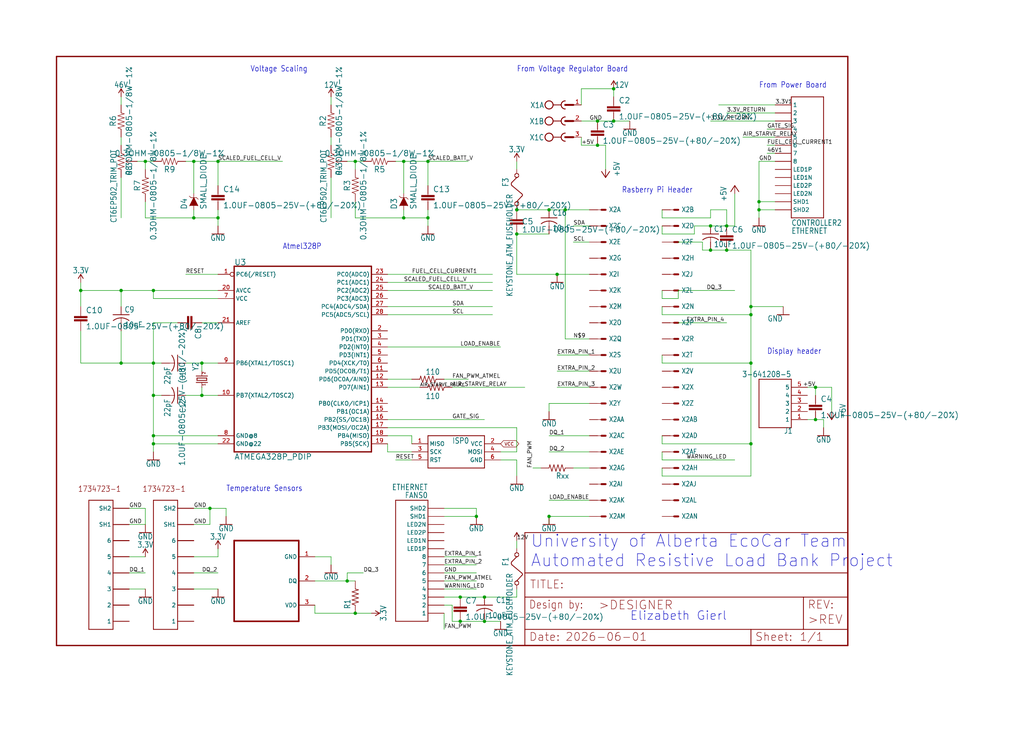
<source format=kicad_sch>
(kicad_sch (version 20230121) (generator eeschema)
  (paper "User" 322.148 233.274)
  (junction (at 68.58 68.58))
  (junction (at 111.76 193.04))
  (junction (at 134.62 50.8))
  (junction (at 38.1 91.44))
  (junction (at 45.72 50.8))
  (junction (at 109.22 182.88))
  (junction (at 228.6 71.12))
  (junction (at 175.26 86.36))
  (junction (at 68.58 50.8))
  (junction (at 172.72 66.04))
  (junction (at 144.78 195.58))
  (junction (at 236.22 96.52))
  (junction (at 256.54 132.08))
  (junction (at 38.1 114.3))
  (junction (at 60.96 68.58))
  (junction (at 48.26 139.7))
  (junction (at 238.76 63.5))
  (junction (at 193.04 38.1))
  (junction (at 144.78 187.96))
  (junction (at 152.4 187.96))
  (junction (at 127 68.58))
  (junction (at 48.26 124.46))
  (junction (at 236.22 114.3))
  (junction (at 187.96 45.72))
  (junction (at 256.54 121.92))
  (junction (at 223.52 78.74))
  (junction (at 152.4 195.58))
  (junction (at 63.5 124.46))
  (junction (at 162.56 66.04))
  (junction (at 223.52 71.12))
  (junction (at 162.56 73.66))
  (junction (at 193.04 27.94))
  (junction (at 48.26 91.44))
  (junction (at 127 50.8))
  (junction (at 48.26 114.3))
  (junction (at 177.8 66.04))
  (junction (at 63.5 114.3))
  (junction (at 187.96 38.1))
  (junction (at 25.4 91.44))
  (junction (at 60.96 50.8))
  (junction (at 238.76 66.04))
  (junction (at 48.26 137.16))
  (junction (at 66.04 160.02))
  (junction (at 134.62 68.58))
  (junction (at 172.72 162.56))
  (junction (at 228.6 78.74))
  (junction (at 149.86 162.56))
  (junction (at 236.22 139.7))
  (junction (at 236.22 99.06))
  (junction (at 111.76 50.8))
  (wire (pts (xy 38.1 104.14) (xy 38.1 114.3)) (stroke (width 0.1524)))
  (wire (pts (xy 38.1 91.44) (xy 38.1 96.52)) (stroke (width 0.1524)))
  (wire (pts (xy 185.42 71.12) (xy 180.34 71.12)) (stroke (width 0.1524)))
  (wire (pts (xy 190.5 45.72) (xy 190.5 53.34)) (stroke (width 0.1524)))
  (wire (pts (xy 109.22 182.88) (xy 109.22 180.34)) (stroke (width 0.1524)))
  (wire (pts (xy 157.48 109.22) (xy 121.92 109.22)) (stroke (width 0.1524)))
  (wire (pts (xy 236.22 78.74) (xy 236.22 96.52)) (stroke (width 0.1524)))
  (wire (pts (xy 124.46 50.8) (xy 127 50.8)) (stroke (width 0.1524)))
  (wire (pts (xy 218.44 71.12) (xy 218.44 73.66)) (stroke (width 0.1524)))
  (wire (pts (xy 38.1 43.18) (xy 38.1 45.72)) (stroke (width 0.1524)))
  (wire (pts (xy 121.92 142.24) (xy 129.54 142.24)) (stroke (width 0.1524)))
  (wire (pts (xy 144.78 195.58) (xy 152.4 195.58)) (stroke (width 0.1524)))
  (wire (pts (xy 185.42 157.48) (xy 172.72 157.48)) (stroke (width 0.1524)))
  (wire (pts (xy 58.42 50.8) (xy 60.96 50.8)) (stroke (width 0.1524)))
  (wire (pts (xy 111.76 68.58) (xy 127 68.58)) (stroke (width 0.1524)))
  (wire (pts (xy 68.58 66.04) (xy 68.58 68.58)) (stroke (width 0.1524)))
  (wire (pts (xy 185.42 121.92) (xy 175.26 121.92)) (stroke (width 0.1524)))
  (wire (pts (xy 45.72 50.8) (xy 48.26 50.8)) (stroke (width 0.1524)))
  (wire (pts (xy 213.36 76.2) (xy 220.98 76.2)) (stroke (width 0.1524)))
  (wire (pts (xy 104.14 55.88) (xy 104.14 68.58)) (stroke (width 0.1524)))
  (wire (pts (xy 60.96 50.8) (xy 68.58 50.8)) (stroke (width 0.1524)))
  (wire (pts (xy 175.26 86.36) (xy 185.42 86.36)) (stroke (width 0.1524)))
  (wire (pts (xy 25.4 114.3) (xy 38.1 114.3)) (stroke (width 0.1524)))
  (wire (pts (xy 208.28 114.3) (xy 236.22 114.3)) (stroke (width 0.1524)))
  (wire (pts (xy 261.62 121.92) (xy 261.62 129.54)) (stroke (width 0.1524)))
  (wire (pts (xy 256.54 132.08) (xy 259.08 132.08)) (stroke (width 0.1524)))
  (wire (pts (xy 139.7 190.5) (xy 142.24 190.5)) (stroke (width 0.1524)))
  (wire (pts (xy 208.28 68.58) (xy 208.28 66.04)) (stroke (width 0.1524)))
  (wire (pts (xy 48.26 124.46) (xy 48.26 137.16)) (stroke (width 0.1524)))
  (wire (pts (xy 223.52 66.04) (xy 223.52 68.58)) (stroke (width 0.1524)))
  (wire (pts (xy 109.22 182.88) (xy 111.76 182.88)) (stroke (width 0.1524)))
  (wire (pts (xy 139.7 187.96) (xy 144.78 187.96)) (stroke (width 0.1524)))
  (wire (pts (xy 60.96 68.58) (xy 68.58 68.58)) (stroke (width 0.1524)))
  (wire (pts (xy 256.54 121.92) (xy 261.62 121.92)) (stroke (width 0.1524)))
  (wire (pts (xy 152.4 187.96) (xy 162.56 187.96)) (stroke (width 0.1524)))
  (wire (pts (xy 55.88 101.6) (xy 48.26 101.6)) (stroke (width 0.1524)))
  (wire (pts (xy 236.22 99.06) (xy 236.22 96.52)) (stroke (width 0.1524)))
  (wire (pts (xy 228.6 78.74) (xy 236.22 78.74)) (stroke (width 0.1524)))
  (wire (pts (xy 25.4 104.14) (xy 25.4 114.3)) (stroke (width 0.1524)))
  (wire (pts (xy 60.96 66.04) (xy 60.96 68.58)) (stroke (width 0.1524)))
  (wire (pts (xy 121.92 119.38) (xy 129.54 119.38)) (stroke (width 0.1524)))
  (wire (pts (xy 121.92 139.7) (xy 121.92 142.24)) (stroke (width 0.1524)))
  (wire (pts (xy 213.36 91.44) (xy 231.14 91.44)) (stroke (width 0.1524)))
  (wire (pts (xy 48.26 91.44) (xy 38.1 91.44)) (stroke (width 0.1524)))
  (wire (pts (xy 66.04 160.02) (xy 60.96 160.02)) (stroke (width 0.1524)))
  (wire (pts (xy 185.42 111.76) (xy 175.26 111.76)) (stroke (width 0.1524)))
  (wire (pts (xy 132.08 121.92) (xy 121.92 121.92)) (stroke (width 0.1524)))
  (wire (pts (xy 162.56 73.66) (xy 162.56 86.36)) (stroke (width 0.1524)))
  (wire (pts (xy 162.56 50.8) (xy 162.56 53.34)) (stroke (width 0.1524)))
  (wire (pts (xy 208.28 139.7) (xy 236.22 139.7)) (stroke (width 0.1524)))
  (wire (pts (xy 48.26 114.3) (xy 48.26 124.46)) (stroke (width 0.1524)))
  (wire (pts (xy 45.72 68.58) (xy 60.96 68.58)) (stroke (width 0.1524)))
  (wire (pts (xy 40.64 175.26) (xy 45.72 175.26)) (stroke (width 0.1524)))
  (wire (pts (xy 193.04 38.1) (xy 198.12 38.1)) (stroke (width 0.1524)))
  (wire (pts (xy 238.76 66.04) (xy 238.76 68.58)) (stroke (width 0.1524)))
  (wire (pts (xy 68.58 175.26) (xy 68.58 172.72)) (stroke (width 0.1524)))
  (wire (pts (xy 231.14 71.12) (xy 228.6 71.12)) (stroke (width 0.1524)))
  (wire (pts (xy 154.94 96.52) (xy 121.92 96.52)) (stroke (width 0.1524)))
  (wire (pts (xy 238.76 63.5) (xy 238.76 66.04)) (stroke (width 0.1524)))
  (wire (pts (xy 40.64 165.1) (xy 45.72 165.1)) (stroke (width 0.1524)))
  (wire (pts (xy 226.06 33.02) (xy 243.84 33.02)) (stroke (width 0.1524)))
  (wire (pts (xy 185.42 76.2) (xy 180.34 76.2)) (stroke (width 0.1524)))
  (wire (pts (xy 68.58 137.16) (xy 48.26 137.16)) (stroke (width 0.1524)))
  (wire (pts (xy 185.42 147.32) (xy 180.34 147.32)) (stroke (width 0.1524)))
  (wire (pts (xy 111.76 63.5) (xy 111.76 68.58)) (stroke (width 0.1524)))
  (wire (pts (xy 177.8 66.04) (xy 185.42 66.04)) (stroke (width 0.1524)))
  (wire (pts (xy 45.72 63.5) (xy 45.72 68.58)) (stroke (width 0.1524)))
  (wire (pts (xy 121.92 132.08) (xy 152.4 132.08)) (stroke (width 0.1524)))
  (wire (pts (xy 208.28 73.66) (xy 208.28 71.12)) (stroke (width 0.1524)))
  (wire (pts (xy 50.8 114.3) (xy 48.26 114.3)) (stroke (width 0.1524)))
  (wire (pts (xy 172.72 127) (xy 172.72 129.54)) (stroke (width 0.1524)))
  (wire (pts (xy 243.84 45.72) (xy 241.3 45.72)) (stroke (width 0.1524)))
  (wire (pts (xy 154.94 88.9) (xy 121.92 88.9)) (stroke (width 0.1524)))
  (wire (pts (xy 208.28 93.98) (xy 208.28 91.44)) (stroke (width 0.1524)))
  (wire (pts (xy 139.7 180.34) (xy 149.86 180.34)) (stroke (width 0.1524)))
  (wire (pts (xy 38.1 33.02) (xy 38.1 30.48)) (stroke (width 0.1524)))
  (wire (pts (xy 111.76 193.04) (xy 116.84 193.04)) (stroke (width 0.1524)))
  (wire (pts (xy 111.76 50.8) (xy 114.3 50.8)) (stroke (width 0.1524)))
  (wire (pts (xy 38.1 55.88) (xy 38.1 68.58)) (stroke (width 0.1524)))
  (wire (pts (xy 162.56 73.66) (xy 172.72 73.66)) (stroke (width 0.1524)))
  (wire (pts (xy 172.72 66.04) (xy 177.8 66.04)) (stroke (width 0.1524)))
  (wire (pts (xy 172.72 142.24) (xy 185.42 142.24)) (stroke (width 0.1524)))
  (wire (pts (xy 68.58 139.7) (xy 48.26 139.7)) (stroke (width 0.1524)))
  (wire (pts (xy 182.88 38.1) (xy 187.96 38.1)) (stroke (width 0.1524)))
  (wire (pts (xy 182.88 27.94) (xy 193.04 27.94)) (stroke (width 0.1524)))
  (wire (pts (xy 162.56 66.04) (xy 172.72 66.04)) (stroke (width 0.1524)))
  (wire (pts (xy 134.62 50.8) (xy 147.32 50.8)) (stroke (width 0.1524)))
  (wire (pts (xy 99.06 193.04) (xy 111.76 193.04)) (stroke (width 0.1524)))
  (wire (pts (xy 48.26 137.16) (xy 48.26 139.7)) (stroke (width 0.1524)))
  (wire (pts (xy 220.98 76.2) (xy 220.98 78.74)) (stroke (width 0.1524)))
  (wire (pts (xy 177.8 106.68) (xy 185.42 106.68)) (stroke (width 0.1524)))
  (wire (pts (xy 121.92 86.36) (xy 154.94 86.36)) (stroke (width 0.1524)))
  (wire (pts (xy 228.6 35.56) (xy 243.84 35.56)) (stroke (width 0.1524)))
  (wire (pts (xy 243.84 43.18) (xy 233.68 43.18)) (stroke (width 0.1524)))
  (wire (pts (xy 162.56 187.96) (xy 162.56 185.42)) (stroke (width 0.1524)))
  (wire (pts (xy 256.54 121.92) (xy 256.54 124.46)) (stroke (width 0.1524)))
  (wire (pts (xy 48.26 101.6) (xy 48.26 114.3)) (stroke (width 0.1524)))
  (wire (pts (xy 58.42 124.46) (xy 63.5 124.46)) (stroke (width 0.1524)))
  (wire (pts (xy 254 121.92) (xy 256.54 121.92)) (stroke (width 0.1524)))
  (wire (pts (xy 139.7 185.42) (xy 149.86 185.42)) (stroke (width 0.1524)))
  (wire (pts (xy 48.26 139.7) (xy 48.26 142.24)) (stroke (width 0.1524)))
  (wire (pts (xy 99.06 182.88) (xy 109.22 182.88)) (stroke (width 0.1524)))
  (wire (pts (xy 243.84 48.26) (xy 241.3 48.26)) (stroke (width 0.1524)))
  (wire (pts (xy 25.4 91.44) (xy 25.4 96.52)) (stroke (width 0.1524)))
  (wire (pts (xy 177.8 66.04) (xy 177.8 106.68)) (stroke (width 0.1524)))
  (wire (pts (xy 66.04 160.02) (xy 71.12 160.02)) (stroke (width 0.1524)))
  (wire (pts (xy 58.42 86.36) (xy 68.58 86.36)) (stroke (width 0.1524)))
  (wire (pts (xy 121.92 99.06) (xy 154.94 99.06)) (stroke (width 0.1524)))
  (wire (pts (xy 182.88 45.72) (xy 187.96 45.72)) (stroke (width 0.1524)))
  (wire (pts (xy 71.12 160.02) (xy 71.12 162.56)) (stroke (width 0.1524)))
  (wire (pts (xy 139.7 160.02) (xy 149.86 160.02)) (stroke (width 0.1524)))
  (wire (pts (xy 139.7 175.26) (xy 149.86 175.26)) (stroke (width 0.1524)))
  (wire (pts (xy 109.22 50.8) (xy 111.76 50.8)) (stroke (width 0.1524)))
  (wire (pts (xy 68.58 91.44) (xy 48.26 91.44)) (stroke (width 0.1524)))
  (wire (pts (xy 228.6 66.04) (xy 228.6 71.12)) (stroke (width 0.1524)))
  (wire (pts (xy 223.52 68.58) (xy 208.28 68.58)) (stroke (width 0.1524)))
  (wire (pts (xy 68.58 93.98) (xy 48.26 93.98)) (stroke (width 0.1524)))
  (wire (pts (xy 142.24 195.58) (xy 144.78 195.58)) (stroke (width 0.1524)))
  (wire (pts (xy 162.56 172.72) (xy 162.56 170.18)) (stroke (width 0.1524)))
  (wire (pts (xy 68.58 68.58) (xy 68.58 71.12)) (stroke (width 0.1524)))
  (wire (pts (xy 63.5 116.84) (xy 63.5 114.3)) (stroke (width 0.1524)))
  (wire (pts (xy 238.76 50.8) (xy 238.76 63.5)) (stroke (width 0.1524)))
  (wire (pts (xy 170.18 147.32) (xy 167.64 147.32)) (stroke (width 0.1524)))
  (wire (pts (xy 48.26 124.46) (xy 50.8 124.46)) (stroke (width 0.1524)))
  (wire (pts (xy 134.62 66.04) (xy 134.62 68.58)) (stroke (width 0.1524)))
  (wire (pts (xy 104.14 43.18) (xy 104.14 45.72)) (stroke (width 0.1524)))
  (wire (pts (xy 60.96 165.1) (xy 66.04 165.1)) (stroke (width 0.1524)))
  (wire (pts (xy 236.22 149.86) (xy 236.22 139.7)) (stroke (width 0.1524)))
  (wire (pts (xy 172.72 162.56) (xy 172.72 165.1)) (stroke (width 0.1524)))
  (wire (pts (xy 172.72 137.16) (xy 185.42 137.16)) (stroke (width 0.1524)))
  (wire (pts (xy 259.08 132.08) (xy 259.08 134.62)) (stroke (width 0.1524)))
  (wire (pts (xy 243.84 38.1) (xy 223.52 38.1)) (stroke (width 0.1524)))
  (wire (pts (xy 66.04 165.1) (xy 66.04 160.02)) (stroke (width 0.1524)))
  (wire (pts (xy 63.5 114.3) (xy 58.42 114.3)) (stroke (width 0.1524)))
  (wire (pts (xy 208.28 93.98) (xy 213.36 93.98)) (stroke (width 0.1524)))
  (wire (pts (xy 154.94 91.44) (xy 121.92 91.44)) (stroke (width 0.1524)))
  (wire (pts (xy 99.06 175.26) (xy 104.14 175.26)) (stroke (width 0.1524)))
  (wire (pts (xy 208.28 111.76) (xy 208.28 114.3)) (stroke (width 0.1524)))
  (wire (pts (xy 236.22 139.7) (xy 236.22 114.3)) (stroke (width 0.1524)))
  (wire (pts (xy 38.1 114.3) (xy 48.26 114.3)) (stroke (width 0.1524)))
  (wire (pts (xy 40.64 180.34) (xy 45.72 180.34)) (stroke (width 0.1524)))
  (wire (pts (xy 218.44 73.66) (xy 208.28 73.66)) (stroke (width 0.1524)))
  (wire (pts (xy 109.22 180.34) (xy 114.3 180.34)) (stroke (width 0.1524)))
  (wire (pts (xy 208.28 149.86) (xy 236.22 149.86)) (stroke (width 0.1524)))
  (wire (pts (xy 139.7 182.88) (xy 149.86 182.88)) (stroke (width 0.1524)))
  (wire (pts (xy 208.28 142.24) (xy 208.28 144.78)) (stroke (width 0.1524)))
  (wire (pts (xy 60.96 180.34) (xy 68.58 180.34)) (stroke (width 0.1524)))
  (wire (pts (xy 139.7 193.04) (xy 139.7 198.12)) (stroke (width 0.1524)))
  (wire (pts (xy 139.7 119.38) (xy 147.32 119.38)) (stroke (width 0.1524)))
  (wire (pts (xy 134.62 50.8) (xy 134.62 58.42)) (stroke (width 0.1524)))
  (wire (pts (xy 127 60.96) (xy 127 50.8)) (stroke (width 0.1524)))
  (wire (pts (xy 129.54 137.16) (xy 129.54 139.7)) (stroke (width 0.1524)))
  (wire (pts (xy 208.28 96.52) (xy 208.28 99.06)) (stroke (width 0.1524)))
  (wire (pts (xy 187.96 38.1) (xy 193.04 38.1)) (stroke (width 0.1524)))
  (wire (pts (xy 208.28 147.32) (xy 208.28 149.86)) (stroke (width 0.1524)))
  (wire (pts (xy 40.64 185.42) (xy 45.72 185.42)) (stroke (width 0.1524)))
  (wire (pts (xy 63.5 124.46) (xy 68.58 124.46)) (stroke (width 0.1524)))
  (wire (pts (xy 223.52 78.74) (xy 228.6 78.74)) (stroke (width 0.1524)))
  (wire (pts (xy 63.5 121.92) (xy 63.5 124.46)) (stroke (width 0.1524)))
  (wire (pts (xy 104.14 33.02) (xy 104.14 30.48)) (stroke (width 0.1524)))
  (wire (pts (xy 142.24 190.5) (xy 142.24 195.58)) (stroke (width 0.1524)))
  (wire (pts (xy 45.72 160.02) (xy 45.72 165.1)) (stroke (width 0.1524)))
  (wire (pts (xy 134.62 68.58) (xy 134.62 71.12)) (stroke (width 0.1524)))
  (wire (pts (xy 68.58 114.3) (xy 63.5 114.3)) (stroke (width 0.1524)))
  (wire (pts (xy 182.88 43.18) (xy 182.88 45.72)) (stroke (width 0.1524)))
  (wire (pts (xy 68.58 50.8) (xy 68.58 58.42)) (stroke (width 0.1524)))
  (wire (pts (xy 60.96 185.42) (xy 68.58 185.42)) (stroke (width 0.1524)))
  (wire (pts (xy 185.42 116.84) (xy 175.26 116.84)) (stroke (width 0.1524)))
  (wire (pts (xy 68.58 50.8) (xy 88.9 50.8)) (stroke (width 0.1524)))
  (wire (pts (xy 193.04 27.94) (xy 193.04 30.48)) (stroke (width 0.1524)))
  (wire (pts (xy 25.4 88.9) (xy 25.4 91.44)) (stroke (width 0.1524)))
  (wire (pts (xy 152.4 195.58) (xy 157.48 195.58)) (stroke (width 0.1524)))
  (wire (pts (xy 142.24 121.92) (xy 165.1 121.92)) (stroke (width 0.1524)))
  (wire (pts (xy 38.1 91.44) (xy 25.4 91.44)) (stroke (width 0.1524)))
  (wire (pts (xy 185.42 127) (xy 172.72 127)) (stroke (width 0.1524)))
  (wire (pts (xy 236.22 114.3) (xy 236.22 99.06)) (stroke (width 0.1524)))
  (wire (pts (xy 45.72 50.8) (xy 45.72 53.34)) (stroke (width 0.1524)))
  (wire (pts (xy 187.96 45.72) (xy 190.5 45.72)) (stroke (width 0.1524)))
  (wire (pts (xy 243.84 66.04) (xy 238.76 66.04)) (stroke (width 0.1524)))
  (wire (pts (xy 157.48 144.78) (xy 162.56 144.78)) (stroke (width 0.1524)))
  (wire (pts (xy 60.96 60.96) (xy 60.96 50.8)) (stroke (width 0.1524)))
  (wire (pts (xy 243.84 50.8) (xy 238.76 50.8)) (stroke (width 0.1524)))
  (wire (pts (xy 228.6 71.12) (xy 223.52 71.12)) (stroke (width 0.1524)))
  (wire (pts (xy 185.42 162.56) (xy 172.72 162.56)) (stroke (width 0.1524)))
  (wire (pts (xy 127 66.04) (xy 127 68.58)) (stroke (width 0.1524)))
  (wire (pts (xy 220.98 78.74) (xy 223.52 78.74)) (stroke (width 0.1524)))
  (wire (pts (xy 104.14 175.26) (xy 104.14 177.8)) (stroke (width 0.1524)))
  (wire (pts (xy 149.86 160.02) (xy 149.86 162.56)) (stroke (width 0.1524)))
  (wire (pts (xy 243.84 40.64) (xy 241.3 40.64)) (stroke (width 0.1524)))
  (wire (pts (xy 99.06 190.5) (xy 99.06 193.04)) (stroke (width 0.1524)))
  (wire (pts (xy 111.76 50.8) (xy 111.76 53.34)) (stroke (width 0.1524)))
  (wire (pts (xy 213.36 91.44) (xy 213.36 93.98)) (stroke (width 0.1524)))
  (wire (pts (xy 129.54 144.78) (xy 124.46 144.78)) (stroke (width 0.1524)))
  (wire (pts (xy 162.56 142.24) (xy 157.48 142.24)) (stroke (width 0.1524)))
  (wire (pts (xy 127 68.58) (xy 134.62 68.58)) (stroke (width 0.1524)))
  (wire (pts (xy 208.28 144.78) (xy 231.14 144.78)) (stroke (width 0.1524)))
  (wire (pts (xy 162.56 144.78) (xy 162.56 149.86)) (stroke (width 0.1524)))
  (wire (pts (xy 139.7 162.56) (xy 149.86 162.56)) (stroke (width 0.1524)))
  (wire (pts (xy 68.58 101.6) (xy 63.5 101.6)) (stroke (width 0.1524)))
  (wire (pts (xy 182.88 33.02) (xy 182.88 27.94)) (stroke (width 0.1524)))
  (wire (pts (xy 243.84 63.5) (xy 238.76 63.5)) (stroke (width 0.1524)))
  (wire (pts (xy 162.56 134.62) (xy 162.56 142.24)) (stroke (width 0.1524)))
  (wire (pts (xy 231.14 60.96) (xy 231.14 71.12)) (stroke (width 0.1524)))
  (wire (pts (xy 121.92 137.16) (xy 129.54 137.16)) (stroke (width 0.1524)))
  (wire (pts (xy 236.22 96.52) (xy 246.38 96.52)) (stroke (width 0.1524)))
  (wire (pts (xy 139.7 177.8) (xy 149.86 177.8)) (stroke (width 0.1524)))
  (wire (pts (xy 60.96 175.26) (xy 68.58 175.26)) (stroke (width 0.1524)))
  (wire (pts (xy 254 132.08) (xy 256.54 132.08)) (stroke (width 0.1524)))
  (wire (pts (xy 162.56 86.36) (xy 175.26 86.36)) (stroke (width 0.1524)))
  (wire (pts (xy 127 50.8) (xy 134.62 50.8)) (stroke (width 0.1524)))
  (wire (pts (xy 223.52 71.12) (xy 218.44 71.12)) (stroke (width 0.1524)))
  (wire (pts (xy 48.26 93.98) (xy 48.26 91.44)) (stroke (width 0.1524)))
  (wire (pts (xy 208.28 137.16) (xy 208.28 139.7)) (stroke (width 0.1524)))
  (wire (pts (xy 208.28 99.06) (xy 236.22 99.06)) (stroke (width 0.1524)))
  (wire (pts (xy 213.36 101.6) (xy 228.6 101.6)) (stroke (width 0.1524)))
  (wire (pts (xy 228.6 66.04) (xy 223.52 66.04)) (stroke (width 0.1524)))
  (wire (pts (xy 43.18 50.8) (xy 45.72 50.8)) (stroke (width 0.1524)))
  (wire (pts (xy 121.92 134.62) (xy 162.56 134.62)) (stroke (width 0.1524)))
  (wire (pts (xy 144.78 187.96) (xy 152.4 187.96)) (stroke (width 0.1524)))
  (wire (pts (xy 40.64 160.02) (xy 45.72 160.02)) (stroke (width 0.1524)))
  (text "University of Alberta EcoCar Team\nAutomated Resistive Load Bank Project" (at 166.878 178.816 0) (effects (font (size 3.81 3.81)) (justify left bottom)))
  (text "Voltage Scaling" (at 78.74 22.86 0) (effects (font (size 1.778 1.5113)) (justify left bottom)))
  (text "Rasberry Pi Header" (at 195.58 60.96 0) (effects (font (size 1.778 1.5113)) (justify left bottom)))
  (text "Display header" (at 241.3 111.76 0) (effects (font (size 1.778 1.5113)) (justify left bottom)))
  (text "Atmel328P" (at 88.9 78.74 0) (effects (font (size 1.778 1.5113)) (justify left bottom)))
  (text "Temperature Sensors" (at 71.12 154.94 0) (effects (font (size 1.778 1.5113)) (justify left bottom)))
  (text "Elizabeth Gierl" (at 198.12 195.58 0) (effects (font (size 2.7432 2.7432)) (justify left bottom)))
  (text "From Voltage Regulator Board" (at 162.56 22.86 0) (effects (font (size 1.778 1.5113)) (justify left bottom)))
  (text "From Power Board" (at 238.76 27.94 0) (effects (font (size 1.778 1.5113)) (justify left bottom)))
  (label "SCALED_FUEL_CELL_V" (at 68.58 50.8 0) (effects (font (size 1.2446 1.2446))))
  (label "GATE_SIG" (at 142.24 132.08 0) (effects (font (size 1.2446 1.2446))))
  (label "GND" (at 40.64 165.1 0) (effects (font (size 1.2446 1.2446))))
  (label "DQ_1" (at 172.72 137.16 0) (effects (font (size 1.2446 1.2446))))
  (label "FUEL_CELL_CURRENT1" (at 129.54 86.36 0) (effects (font (size 1.2446 1.2446))))
  (label "EXTRA_PIN_1" (at 139.7 175.26 0) (effects (font (size 1.2446 1.2446))))
  (label "SDA" (at 180.34 71.12 0) (effects (font (size 1.2446 1.2446))))
  (label "SDA" (at 142.24 96.52 0) (effects (font (size 1.2446 1.2446))))
  (label "GND" (at 60.96 165.1 0) (effects (font (size 1.2446 1.2446))))
  (label "46V1" (at 241.3 48.26 0) (effects (font (size 1.2446 1.2446))))
  (label "LOAD_ENABLE" (at 172.72 157.48 0) (effects (font (size 1.2446 1.2446))))
  (label "LOAD_ENABLE" (at 144.78 109.22 0) (effects (font (size 1.2446 1.2446))))
  (label "RESET" (at 58.42 86.36 0) (effects (font (size 1.2446 1.2446))))
  (label "GATE_SIG" (at 241.3 40.64 0) (effects (font (size 1.2446 1.2446))))
  (label "DQ_3" (at 114.3 180.34 0) (effects (font (size 1.2446 1.2446))))
  (label "3.3V_RETURN" (at 223.52 38.1 0) (effects (font (size 1.2446 1.2446))))
  (label "GND" (at 40.64 160.02 0) (effects (font (size 1.2446 1.2446))))
  (label "SCL" (at 180.34 76.2 0) (effects (font (size 1.2446 1.2446))))
  (label "WARNING_LED" (at 215.9 144.78 0) (effects (font (size 1.2446 1.2446))))
  (label "+5V" (at 182.88 45.72 0) (effects (font (size 1.2446 1.2446))))
  (label "3.3V1" (at 243.84 33.02 0) (effects (font (size 1.2446 1.2446))))
  (label "GND" (at 139.7 180.34 0) (effects (font (size 1.2446 1.2446))))
  (label "EXTRA_PIN_2" (at 139.7 177.8 0) (effects (font (size 1.2446 1.2446))))
  (label "FAN_PWM" (at 167.64 147.32 90) (effects (font (size 1.2446 1.2446))))
  (label "EXTRA_PIN_2" (at 175.26 116.84 0) (effects (font (size 1.2446 1.2446))))
  (label "SCALED_BATT_V" (at 134.62 91.44 0) (effects (font (size 1.2446 1.2446))))
  (label "AIR_STARVE_RELAY" (at 233.68 43.18 0) (effects (font (size 1.2446 1.2446))))
  (label "DQ_3" (at 222.25 91.44 0) (effects (font (size 1.2446 1.2446))))
  (label "EXTRA_PIN_4" (at 215.9 101.6 0) (effects (font (size 1.2446 1.2446))))
  (label "DQ_2" (at 63.5 180.34 0) (effects (font (size 1.2446 1.2446))))
  (label "3.3V_RETURN" (at 228.6 35.56 0) (effects (font (size 1.2446 1.2446))))
  (label "FAN_PWM_ATMEL" (at 139.7 182.88 0) (effects (font (size 1.2446 1.2446))))
  (label "DQ_2" (at 172.72 142.24 0) (effects (font (size 1.2446 1.2446))))
  (label "SCL" (at 142.24 99.06 0) (effects (font (size 1.2446 1.2446))))
  (label "FUEL_CELL_CURRENT1" (at 241.3 45.72 0) (effects (font (size 1.2446 1.2446))))
  (label "12V" (at 162.56 170.18 0) (effects (font (size 1.2446 1.2446))))
  (label "GND" (at 238.76 50.8 0) (effects (font (size 1.2446 1.2446))))
  (label "FAN_PWM_ATMEL" (at 142.24 119.38 0) (effects (font (size 1.2446 1.2446))))
  (label "FAN_PWM" (at 139.7 198.12 0) (effects (font (size 1.2446 1.2446))))
  (label "RESET" (at 124.46 144.78 0) (effects (font (size 1.2446 1.2446))))
  (label "AIR_STARVE_RELAY" (at 132.08 121.92 0) (effects (font (size 1.016 1.016))))
  (label "GND" (at 185.42 38.1 0) (effects (font (size 1.2446 1.2446))))
  (label "EXTRA_PIN_1" (at 175.26 111.76 0) (effects (font (size 1.2446 1.2446))))
  (label "DQ_1" (at 40.64 180.34 0) (effects (font (size 1.2446 1.2446))))
  (label "EXTRA_PIN_3" (at 175.26 121.92 0) (effects (font (size 1.2446 1.2446))))
  (label "+5V" (at 256.54 121.92 180) (effects (font (size 1.2446 1.2446))))
  (label "SCALED_BATT_V" (at 134.62 50.8 0) (effects (font (size 1.2446 1.2446))))
  (label "SCALED_FUEL_CELL_V" (at 127 88.9 0) (effects (font (size 1.2446 1.2446))))
  (label "AIR_STARVE_RELAY" (at 142.24 121.92 0) (effects (font (size 1.2446 1.2446))))
  (label "GND" (at 60.96 160.02 0) (effects (font (size 1.2446 1.2446))))
  (label "WARNING_LED" (at 139.7 185.42 0) (effects (font (size 1.2446 1.2446))))
  (label "N$9" (at 180.34 106.68 0) (effects (font (size 1.2446 1.2446))))
  (global_label "VCC" (shape bidirectional) (at 157.48 139.7 0) (effects (font (size 1.016 1.016))) (property "Intersheetrefs" "${INTERSHEET_REFS}" (effects hide)))
  (symbol (lib_id "CapstoneControllerBoardFINAL-eagle-import:12V") (at 104.14 30.48 0) (unit 1)
    (property "Reference" "#SUPPLY4" (effects hide))
    (property "Value" "12V" (at 104.14 27.686 0) (effects (font (size 1.778 1.5113)) (justify bottom)))
  )
  (symbol (lib_id "CapstoneControllerBoardFINAL-eagle-import:057-040-1") (at 190.5 147.32 0) (unit 33)
    (property "Reference" "X2" (at 191.516 148.082 0) (effects (font (size 1.524 1.2954)) (justify left bottom)))
    (property "Value" "057-040-1" (effects hide))
    (property "Footprint" "CapstoneControllerBoardFINAL:057-040-1" (effects hide))
  )
  (symbol (lib_id "CapstoneControllerBoardFINAL-eagle-import:R-US_R0805") (at 175.26 147.32 180) (unit 1)
    (property "Reference" "Rxx" (at 179.07 148.8186 0) (effects (font (size 1.778 1.5113)) (justify left bottom)))
    (property "Value" "415" (effects hide))
    (property "Footprint" "Resistor_SMD:R_0805_2012Metric_Pad1.20x1.40mm_HandSolder" (effects hide))
  )
  (symbol (lib_id "CapstoneControllerBoardFINAL-eagle-import:1.0UF-0805-25V-(+80/-20%)") (at 193.04 35.56 0) (unit 1)
    (property "Reference" "C2" (at 194.564 32.639 0) (effects (font (size 1.778 1.778)) (justify left bottom)))
    (property "Value" "1.0UF-0805-25V-(+80/-20%)" (at 194.564 37.719 0) (effects (font (size 1.778 1.778)) (justify left bottom)))
    (property "Footprint" "CapstoneControllerBoardFINAL:0805" (effects hide))
  )
  (symbol (lib_id "CapstoneControllerBoardFINAL-eagle-import:057-040-1") (at 190.5 106.68 0) (unit 17)
    (property "Reference" "X2" (at 191.516 107.442 0) (effects (font (size 1.524 1.2954)) (justify left bottom)))
    (property "Value" "057-040-1" (effects hide))
    (property "Footprint" "CapstoneControllerBoardFINAL:057-040-1" (effects hide))
  )
  (symbol (lib_id "CapstoneControllerBoardFINAL-eagle-import:057-040-1") (at 213.36 96.52 0) (unit 14)
    (property "Reference" "X2" (at 214.376 97.282 0) (effects (font (size 1.524 1.2954)) (justify left bottom)))
    (property "Value" "057-040-1" (effects hide))
    (property "Footprint" "CapstoneControllerBoardFINAL:057-040-1" (effects hide))
  )
  (symbol (lib_id "CapstoneControllerBoardFINAL-eagle-import:1.0UF-0805-25V-(+80/-20%)") (at 256.54 129.54 0) (unit 1)
    (property "Reference" "C4" (at 258.064 126.619 0) (effects (font (size 1.778 1.778)) (justify left bottom)))
    (property "Value" "1.0UF-0805-25V-(+80/-20%)" (at 258.064 131.699 0) (effects (font (size 1.778 1.778)) (justify left bottom)))
    (property "Footprint" "CapstoneControllerBoardFINAL:0805" (effects hide))
  )
  (symbol (lib_id "CapstoneControllerBoardFINAL-eagle-import:057-040-1") (at 213.36 101.6 0) (unit 16)
    (property "Reference" "X2" (at 214.376 102.362 0) (effects (font (size 1.524 1.2954)) (justify left bottom)))
    (property "Value" "057-040-1" (effects hide))
    (property "Footprint" "CapstoneControllerBoardFINAL:057-040-1" (effects hide))
  )
  (symbol (lib_id "CapstoneControllerBoardFINAL-eagle-import:057-040-1") (at 213.36 142.24 0) (unit 32)
    (property "Reference" "X2" (at 214.376 143.002 0) (effects (font (size 1.524 1.2954)) (justify left bottom)))
    (property "Value" "057-040-1" (effects hide))
    (property "Footprint" "CapstoneControllerBoardFINAL:057-040-1" (effects hide))
  )
  (symbol (lib_id "CapstoneControllerBoardFINAL-eagle-import:CRYSTALHC49US") (at 63.5 119.38 90) (unit 1)
    (property "Reference" "Y2" (at 62.484 116.84 0) (effects (font (size 1.778 1.5113)) (justify left bottom)))
    (property "Value" "CRYSTALHC49US" (effects hide))
    (property "Footprint" "CapstoneControllerBoardFINAL:HC49US" (effects hide))
  )
  (symbol (lib_id "CapstoneControllerBoardFINAL-eagle-import:5555140-6") (at 33.02 182.88 180) (unit 1)
    (property "Reference" "E2" (effects hide))
    (property "Value" "5555140-6" (effects hide))
    (property "Footprint" "CapstoneControllerBoardFINAL:1734723-1_RJ11" (effects hide))
  )
  (symbol (lib_id "CapstoneControllerBoardFINAL-eagle-import:SMALL_DIODE") (at 127 63.5 90) (unit 1)
    (property "Reference" "D3" (at 124.968 66.04 0) (effects (font (size 1.778 1.778)) (justify left bottom)))
    (property "Value" "SMALL_DIODE" (at 129.032 66.04 0) (effects (font (size 1.778 1.778)) (justify left top)))
    (property "Footprint" "CapstoneControllerBoardFINAL:DO41-7.6" (effects hide))
  )
  (symbol (lib_id "CapstoneControllerBoardFINAL-eagle-import:057-040-1") (at 213.36 152.4 0) (unit 36)
    (property "Reference" "X2" (at 214.376 153.162 0) (effects (font (size 1.524 1.2954)) (justify left bottom)))
    (property "Value" "057-040-1" (effects hide))
    (property "Footprint" "CapstoneControllerBoardFINAL:057-040-1" (effects hide))
  )
  (symbol (lib_id "CapstoneControllerBoardFINAL-eagle-import:1.0UF-0805-25V-(+80/-20%)") (at 25.4 101.6 0) (unit 1)
    (property "Reference" "C10" (at 26.924 98.679 0) (effects (font (size 1.778 1.778)) (justify left bottom)))
    (property "Value" "1.0UF-0805-25V-(+80/-20%)" (at 26.924 103.759 0) (effects (font (size 1.778 1.778)) (justify left bottom)))
    (property "Footprint" "CapstoneControllerBoardFINAL:0805" (effects hide))
  )
  (symbol (lib_id "CapstoneControllerBoardFINAL-eagle-import:GND") (at 238.76 71.12 0) (unit 1)
    (property "Reference" "#GND1" (effects hide))
    (property "Value" "GND" (at 238.76 71.374 0) (effects (font (size 1.778 1.5113)) (justify top)))
  )
  (symbol (lib_id "CapstoneControllerBoardFINAL-eagle-import:C-USC0603") (at 38.1 99.06 0) (unit 1)
    (property "Reference" "C9" (at 39.116 98.425 0) (effects (font (size 1.778 1.5113)) (justify left bottom)))
    (property "Value" "10uF" (at 39.116 103.251 0) (effects (font (size 1.778 1.5113)) (justify left bottom)))
    (property "Footprint" "CapstoneControllerBoardFINAL:C0603" (effects hide))
  )
  (symbol (lib_id "CapstoneControllerBoardFINAL-eagle-import:057-040-1") (at 213.36 116.84 0) (unit 22)
    (property "Reference" "X2" (at 214.376 117.602 0) (effects (font (size 1.524 1.2954)) (justify left bottom)))
    (property "Value" "057-040-1" (effects hide))
    (property "Footprint" "CapstoneControllerBoardFINAL:057-040-1" (effects hide))
  )
  (symbol (lib_id "CapstoneControllerBoardFINAL-eagle-import:GND") (at 246.38 99.06 0) (unit 1)
    (property "Reference" "#GND12" (effects hide))
    (property "Value" "GND" (at 243.84 99.314 0) (effects (font (size 1.778 1.5113)) (justify top)))
  )
  (symbol (lib_id "CapstoneControllerBoardFINAL-eagle-import:GND") (at 68.58 187.96 0) (unit 1)
    (property "Reference" "#GND4" (effects hide))
    (property "Value" "GND" (at 68.58 188.214 0) (effects (font (size 1.778 1.5113)) (justify top)))
  )
  (symbol (lib_id "CapstoneControllerBoardFINAL-eagle-import:057-040-1") (at 213.36 91.44 0) (unit 12)
    (property "Reference" "X2" (at 214.376 92.202 0) (effects (font (size 1.524 1.2954)) (justify left bottom)))
    (property "Value" "057-040-1" (effects hide))
    (property "Footprint" "CapstoneControllerBoardFINAL:057-040-1" (effects hide))
  )
  (symbol (lib_id "CapstoneControllerBoardFINAL-eagle-import:057-040-1") (at 190.5 162.56 0) (unit 39)
    (property "Reference" "X2" (at 191.516 163.322 0) (effects (font (size 1.524 1.2954)) (justify left bottom)))
    (property "Value" "057-040-1" (effects hide))
    (property "Footprint" "CapstoneControllerBoardFINAL:057-040-1" (effects hide))
  )
  (symbol (lib_id "CapstoneControllerBoardFINAL-eagle-import:12V") (at 193.04 27.94 0) (unit 1)
    (property "Reference" "#SUPPLY1" (effects hide))
    (property "Value" "12V" (at 195.58 27.686 0) (effects (font (size 1.778 1.5113)) (justify bottom)))
  )
  (symbol (lib_id "CapstoneControllerBoardFINAL-eagle-import:057-040-1") (at 190.5 157.48 0) (unit 37)
    (property "Reference" "X2" (at 191.516 158.242 0) (effects (font (size 1.524 1.2954)) (justify left bottom)))
    (property "Value" "057-040-1" (effects hide))
    (property "Footprint" "CapstoneControllerBoardFINAL:057-040-1" (effects hide))
  )
  (symbol (lib_id "CapstoneControllerBoardFINAL-eagle-import:+5V") (at 231.14 58.42 0) (unit 1)
    (property "Reference" "#P+1" (effects hide))
    (property "Value" "+5V" (at 228.6 63.5 90) (effects (font (size 1.778 1.5113)) (justify left bottom)))
  )
  (symbol (lib_id "CapstoneControllerBoardFINAL-eagle-import:R-US_R0805") (at 111.76 187.96 90) (unit 1)
    (property "Reference" "R1" (at 110.2614 191.77 0) (effects (font (size 1.778 1.5113)) (justify left bottom)))
    (property "Value" "R-US_R0805" (effects hide))
    (property "Footprint" "CapstoneControllerBoardFINAL:R0805" (effects hide))
  )
  (symbol (lib_id "CapstoneControllerBoardFINAL-eagle-import:ATMEGA328P_PDIP") (at 83.82 93.98 0) (unit 1)
    (property "Reference" "U3" (at 73.66 83.566 0) (effects (font (size 1.778 1.778)) (justify left bottom)))
    (property "Value" "ATMEGA328P_PDIP" (at 73.66 142.748 0) (effects (font (size 1.778 1.778)) (justify left top)))
    (property "Footprint" "CapstoneControllerBoardFINAL:PDIP-T28" (effects hide))
  )
  (symbol (lib_id "CapstoneControllerBoardFINAL-eagle-import:057-040-1") (at 190.5 76.2 0) (unit 5)
    (property "Reference" "X2" (at 191.516 76.962 0) (effects (font (size 1.524 1.2954)) (justify left bottom)))
    (property "Value" "057-040-1" (effects hide))
    (property "Footprint" "CapstoneControllerBoardFINAL:057-040-1" (effects hide))
  )
  (symbol (lib_id "CapstoneControllerBoardFINAL-eagle-import:1.0UF-0805-25V-(+80/-20%)") (at 134.62 63.5 0) (unit 1)
    (property "Reference" "C13" (at 136.144 60.579 0) (effects (font (size 1.778 1.778)) (justify left bottom)))
    (property "Value" "1.0UF-0805-25V-(+80/-20%)" (at 136.144 65.659 0) (effects (font (size 1.778 1.778)) (justify left bottom)))
    (property "Footprint" "CapstoneControllerBoardFINAL:0805" (effects hide))
  )
  (symbol (lib_id "CapstoneControllerBoardFINAL-eagle-import:0.3OHM-0805-1/8W-1%") (at 111.76 58.42 90) (unit 1)
    (property "Reference" "R3" (at 110.236 58.42 0) (effects (font (size 1.778 1.778)) (justify bottom)))
    (property "Value" "0.3OHM-0805-1/8W-1%" (at 113.284 58.42 0) (effects (font (size 1.778 1.778)) (justify top)))
    (property "Footprint" "CapstoneControllerBoardFINAL:0805" (effects hide))
  )
  (symbol (lib_id "CapstoneControllerBoardFINAL-eagle-import:057-040-1") (at 213.36 106.68 0) (unit 18)
    (property "Reference" "X2" (at 214.376 107.442 0) (effects (font (size 1.524 1.2954)) (justify left bottom)))
    (property "Value" "057-040-1" (effects hide))
    (property "Footprint" "CapstoneControllerBoardFINAL:057-040-1" (effects hide))
  )
  (symbol (lib_id "CapstoneControllerBoardFINAL-eagle-import:DS18B") (at 73.66 170.18 0) (unit 1)
    (property "Reference" "U$2" (effects hide))
    (property "Value" "DS18B" (effects hide))
    (property "Footprint" "CapstoneControllerBoardFINAL:TO92" (effects hide))
  )
  (symbol (lib_id "CapstoneControllerBoardFINAL-eagle-import:+5V") (at 190.5 55.88 180) (unit 1)
    (property "Reference" "#P+2" (effects hide))
    (property "Value" "+5V" (at 193.04 50.8 90) (effects (font (size 1.778 1.5113)) (justify left bottom)))
  )
  (symbol (lib_id "CapstoneControllerBoardFINAL-eagle-import:AVRISP-BOX") (at 142.24 142.24 0) (unit 1)
    (property "Reference" "ISP0" (at 142.24 139.7 0) (effects (font (size 1.778 1.5113)) (justify left bottom)))
    (property "Value" "AVRISP-BOX" (effects hide))
    (property "Footprint" "CapstoneControllerBoardFINAL:AVRISP-BOX" (effects hide))
  )
  (symbol (lib_id "CapstoneControllerBoardFINAL-eagle-import:GND") (at 45.72 167.64 0) (unit 1)
    (property "Reference" "#GND5" (effects hide))
    (property "Value" "GND" (at 45.72 167.894 0) (effects (font (size 1.778 1.5113)) (justify top)))
  )
  (symbol (lib_id "CapstoneControllerBoardFINAL-eagle-import:057-040-1") (at 213.36 66.04 0) (unit 2)
    (property "Reference" "X2" (at 214.376 66.802 0) (effects (font (size 1.524 1.2954)) (justify left bottom)))
    (property "Value" "057-040-1" (effects hide))
    (property "Footprint" "CapstoneControllerBoardFINAL:057-040-1" (effects hide))
  )
  (symbol (lib_id "CapstoneControllerBoardFINAL-eagle-import:0.3OHM-0805-1/8W-1%") (at 38.1 38.1 90) (unit 1)
    (property "Reference" "R6" (at 36.576 38.1 0) (effects (font (size 1.778 1.778)) (justify bottom)))
    (property "Value" "0.3OHM-0805-1/8W-1%" (at 39.624 38.1 0) (effects (font (size 1.778 1.778)) (justify top)))
    (property "Footprint" "CapstoneControllerBoardFINAL:0805" (effects hide))
  )
  (symbol (lib_id "CapstoneControllerBoardFINAL-eagle-import:GND") (at 68.58 73.66 0) (unit 1)
    (property "Reference" "#GND15" (effects hide))
    (property "Value" "GND" (at 68.58 73.914 0) (effects (font (size 1.778 1.5113)) (justify top)))
  )
  (symbol (lib_id "CapstoneControllerBoardFINAL-eagle-import:057-040-1") (at 213.36 132.08 0) (unit 28)
    (property "Reference" "X2" (at 214.376 132.842 0) (effects (font (size 1.524 1.2954)) (justify left bottom)))
    (property "Value" "057-040-1" (effects hide))
    (property "Footprint" "CapstoneControllerBoardFINAL:057-040-1" (effects hide))
  )
  (symbol (lib_id "CapstoneControllerBoardFINAL-eagle-import:5555140-6") (at 53.34 182.88 180) (unit 1)
    (property "Reference" "E1" (effects hide))
    (property "Value" "5555140-6" (effects hide))
    (property "Footprint" "CapstoneControllerBoardFINAL:1734723-1_RJ11" (effects hide))
  )
  (symbol (lib_id "CapstoneControllerBoardFINAL-eagle-import:FRAME-LETTERNO_PACKAGE") (at 165.1 203.2 0) (unit 2)
    (property "Reference" "FRAME2" (effects hide))
    (property "Value" "FRAME-LETTERNO_PACKAGE" (effects hide))
    (property "Footprint" "CapstoneControllerBoardFINAL:DUMMY" (effects hide))
    (property "DESIGNER" "Elizabeth Gierl, Ben Vandenberg" (effects hide))
    (property "REV" "0.0" (effects hide))
  )
  (symbol (lib_id "CapstoneControllerBoardFINAL-eagle-import:0.3OHM-0805-1/8W-1%") (at 53.34 50.8 180) (unit 1)
    (property "Reference" "R9" (at 53.34 52.324 0) (effects (font (size 1.778 1.778)) (justify bottom)))
    (property "Value" "0.3OHM-0805-1/8W-1%" (at 53.34 49.276 0) (effects (font (size 1.778 1.778)) (justify top)))
    (property "Footprint" "CapstoneControllerBoardFINAL:0805" (effects hide))
  )
  (symbol (lib_id "CapstoneControllerBoardFINAL-eagle-import:057-040-1") (at 213.36 162.56 0) (unit 40)
    (property "Reference" "X2" (at 214.376 163.322 0) (effects (font (size 1.524 1.2954)) (justify left bottom)))
    (property "Value" "057-040-1" (effects hide))
    (property "Footprint" "CapstoneControllerBoardFINAL:057-040-1" (effects hide))
  )
  (symbol (lib_id "CapstoneControllerBoardFINAL-eagle-import:GND") (at 162.56 152.4 0) (unit 1)
    (property "Reference" "#GND9" (effects hide))
    (property "Value" "GND" (at 162.56 152.654 0) (effects (font (size 1.778 1.5113)) (justify top)))
  )
  (symbol (lib_id "CapstoneControllerBoardFINAL-eagle-import:3.3V") (at 25.4 88.9 0) (unit 1)
    (property "Reference" "#SUPPLY2" (effects hide))
    (property "Value" "3.3V" (at 25.4 86.106 0) (effects (font (size 1.778 1.5113)) (justify bottom)))
  )
  (symbol (lib_id "CapstoneControllerBoardFINAL-eagle-import:GND") (at 157.48 198.12 0) (unit 1)
    (property "Reference" "#GND17" (effects hide))
    (property "Value" "GND" (at 157.48 198.374 0) (effects (font (size 1.778 1.5113)) (justify top)))
  )
  (symbol (lib_id "CapstoneControllerBoardFINAL-eagle-import:KEYSTONE_ATM_FUSEHOLDER") (at 162.56 60.96 90) (mirror x) (unit 1)
    (property "Reference" "F3" (at 160.02 55.88 0) (effects (font (size 1.778 1.5113)) (justify left bottom)))
    (property "Value" "KEYSTONE_ATM_FUSEHOLDER" (at 161.29 60.96 0) (effects (font (size 1.778 1.5113)) (justify left bottom)))
    (property "Footprint" "CapstoneControllerBoardFINAL:KEYSTONE_ATM_FUSEHOLDER" (effects hide))
  )
  (symbol (lib_id "CapstoneControllerBoardFINAL-eagle-import:057-040-1") (at 190.5 121.92 0) (unit 23)
    (property "Reference" "X2" (at 191.516 122.682 0) (effects (font (size 1.524 1.2954)) (justify left bottom)))
    (property "Value" "057-040-1" (effects hide))
    (property "Footprint" "CapstoneControllerBoardFINAL:057-040-1" (effects hide))
  )
  (symbol (lib_id "CapstoneControllerBoardFINAL-eagle-import:GND") (at 172.72 165.1 0) (unit 1)
    (property "Reference" "#GND11" (effects hide))
    (property "Value" "GND" (at 172.72 165.354 0) (effects (font (size 1.778 1.5113)) (justify top)))
  )
  (symbol (lib_id "CapstoneControllerBoardFINAL-eagle-import:057-040-1") (at 190.5 127 0) (unit 25)
    (property "Reference" "X2" (at 191.516 127.762 0) (effects (font (size 1.524 1.2954)) (justify left bottom)))
    (property "Value" "057-040-1" (effects hide))
    (property "Footprint" "CapstoneControllerBoardFINAL:057-040-1" (effects hide))
  )
  (symbol (lib_id "CapstoneControllerBoardFINAL-eagle-import:CT6EP502_TRIM_POT") (at 38.1 50.8 270) (unit 1)
    (property "Reference" "R8" (at 39.5986 52.07 0) (effects (font (size 1.778 1.5113)) (justify left bottom)))
    (property "Value" "CT6EP502_TRIM_POT" (at 34.798 46.99 0) (effects (font (size 1.778 1.5113)) (justify left bottom)))
    (property "Footprint" "CapstoneControllerBoardFINAL:TRIM_POT" (effects hide))
  )
  (symbol (lib_id "CapstoneControllerBoardFINAL-eagle-import:C-USC0603") (at 152.4 190.5 0) (unit 1)
    (property "Reference" "C15" (at 155.956 189.865 0) (effects (font (size 1.778 1.5113)) (justify left bottom)))
    (property "Value" "10uF" (at 153.416 194.691 0) (effects (font (size 1.778 1.5113)) (justify left bottom)))
    (property "Footprint" "CapstoneControllerBoardFINAL:C0603" (effects hide))
  )
  (symbol (lib_id "CapstoneControllerBoardFINAL-eagle-import:SMALL_DIODE") (at 60.96 63.5 90) (unit 1)
    (property "Reference" "D4" (at 58.928 66.04 0) (effects (font (size 1.778 1.778)) (justify left bottom)))
    (property "Value" "SMALL_DIODE" (at 62.992 66.04 0) (effects (font (size 1.778 1.778)) (justify left top)))
    (property "Footprint" "CapstoneControllerBoardFINAL:DO41-7.6" (effects hide))
  )
  (symbol (lib_id "CapstoneControllerBoardFINAL-eagle-import:MSTBA3") (at 177.8 33.02 0) (unit 1)
    (property "Reference" "X1" (at 171.196 32.131 0) (effects (font (size 1.778 1.5113)) (justify right top)))
    (property "Value" "MSTBA3" (effects hide))
    (property "Footprint" "CapstoneControllerBoardFINAL:MSTBA3" (effects hide))
  )
  (symbol (lib_id "CapstoneControllerBoardFINAL-eagle-import:0.3OHM-0805-1/8W-1%") (at 104.14 38.1 90) (unit 1)
    (property "Reference" "R2" (at 102.616 38.1 0) (effects (font (size 1.778 1.778)) (justify bottom)))
    (property "Value" "0.3OHM-0805-1/8W-1%" (at 105.664 38.1 0) (effects (font (size 1.778 1.778)) (justify top)))
    (property "Footprint" "CapstoneControllerBoardFINAL:0805" (effects hide))
  )
  (symbol (lib_id "CapstoneControllerBoardFINAL-eagle-import:GND") (at 175.26 88.9 0) (unit 1)
    (property "Reference" "#GND7" (effects hide))
    (property "Value" "GND" (at 175.26 89.154 0) (effects (font (size 1.778 1.5113)) (justify top)))
  )
  (symbol (lib_id "CapstoneControllerBoardFINAL-eagle-import:057-040-1") (at 190.5 132.08 0) (unit 27)
    (property "Reference" "X2" (at 191.516 132.842 0) (effects (font (size 1.524 1.2954)) (justify left bottom)))
    (property "Value" "057-040-1" (effects hide))
    (property "Footprint" "CapstoneControllerBoardFINAL:057-040-1" (effects hide))
  )
  (symbol (lib_id "CapstoneControllerBoardFINAL-eagle-import:C-USC0603") (at 172.72 68.58 0) (unit 1)
    (property "Reference" "C16" (at 173.736 67.945 0) (effects (font (size 1.778 1.5113)) (justify left bottom)))
    (property "Value" "10uF" (at 173.736 72.771 0) (effects (font (size 1.778 1.5113)) (justify left bottom)))
    (property "Footprint" "CapstoneControllerBoardFINAL:C0603" (effects hide))
  )
  (symbol (lib_id "CapstoneControllerBoardFINAL-eagle-import:KEYSTONE_ATM_FUSEHOLDER") (at 162.56 180.34 90) (mirror x) (unit 1)
    (property "Reference" "F1" (at 160.02 175.26 0) (effects (font (size 1.778 1.5113)) (justify left bottom)))
    (property "Value" "KEYSTONE_ATM_FUSEHOLDER" (at 161.29 180.34 0) (effects (font (size 1.778 1.5113)) (justify left bottom)))
    (property "Footprint" "CapstoneControllerBoardFINAL:KEYSTONE_ATM_FUSEHOLDER" (effects hide))
  )
  (symbol (lib_id "CapstoneControllerBoardFINAL-eagle-import:GND") (at 172.72 132.08 0) (unit 1)
    (property "Reference" "#GND8" (effects hide))
    (property "Value" "GND" (at 172.72 132.334 0) (effects (font (size 1.778 1.5113)) (justify top)))
  )
  (symbol (lib_id "CapstoneControllerBoardFINAL-eagle-import:MSTBA3") (at 177.8 43.18 0) (unit 3)
    (property "Reference" "X1" (at 171.196 42.291 0) (effects (font (size 1.778 1.5113)) (justify right top)))
    (property "Value" "MSTBA3" (effects hide))
    (property "Footprint" "CapstoneControllerBoardFINAL:MSTBA3" (effects hide))
  )
  (symbol (lib_id "CapstoneControllerBoardFINAL-eagle-import:057-040-1") (at 213.36 121.92 0) (unit 24)
    (property "Reference" "X2" (at 214.376 122.682 0) (effects (font (size 1.524 1.2954)) (justify left bottom)))
    (property "Value" "057-040-1" (effects hide))
    (property "Footprint" "CapstoneControllerBoardFINAL:057-040-1" (effects hide))
  )
  (symbol (lib_id "CapstoneControllerBoardFINAL-eagle-import:GND") (at 104.14 180.34 0) (unit 1)
    (property "Reference" "#GND13" (effects hide))
    (property "Value" "GND" (at 104.14 180.594 0) (effects (font (size 1.778 1.5113)) (justify top)))
  )
  (symbol (lib_id "CapstoneControllerBoardFINAL-eagle-import:057-040-1") (at 213.36 76.2 0) (unit 6)
    (property "Reference" "X2" (at 214.376 76.962 0) (effects (font (size 1.524 1.2954)) (justify left bottom)))
    (property "Value" "057-040-1" (effects hide))
    (property "Footprint" "CapstoneControllerBoardFINAL:057-040-1" (effects hide))
  )
  (symbol (lib_id "CapstoneControllerBoardFINAL-eagle-import:GND") (at 259.08 137.16 0) (unit 1)
    (property "Reference" "#GND18" (effects hide))
    (property "Value" "GND" (at 259.08 137.414 0) (effects (font (size 1.778 1.5113)) (justify top)))
  )
  (symbol (lib_id "CapstoneControllerBoardFINAL-eagle-import:C-USC0603") (at 55.88 124.46 270) (unit 1)
    (property "Reference" "C12" (at 56.515 125.476 0) (effects (font (size 1.778 1.5113)) (justify left bottom)))
    (property "Value" "22pF" (at 51.689 125.476 0) (effects (font (size 1.778 1.5113)) (justify left bottom)))
    (property "Footprint" "CapstoneControllerBoardFINAL:C0603" (effects hide))
  )
  (symbol (lib_id "CapstoneControllerBoardFINAL-eagle-import:057-040-1") (at 190.5 96.52 0) (unit 13)
    (property "Reference" "X2" (at 191.516 97.282 0) (effects (font (size 1.524 1.2954)) (justify left bottom)))
    (property "Value" "057-040-1" (effects hide))
    (property "Footprint" "CapstoneControllerBoardFINAL:057-040-1" (effects hide))
  )
  (symbol (lib_id "CapstoneControllerBoardFINAL-eagle-import:1.0UF-0805-25V-(+80/-20%)") (at 68.58 63.5 0) (unit 1)
    (property "Reference" "C14" (at 70.104 60.579 0) (effects (font (size 1.778 1.778)) (justify left bottom)))
    (property "Value" "1.0UF-0805-25V-(+80/-20%)" (at 70.104 65.659 0) (effects (font (size 1.778 1.778)) (justify left bottom)))
    (property "Footprint" "CapstoneControllerBoardFINAL:0805" (effects hide))
  )
  (symbol (lib_id "CapstoneControllerBoardFINAL-eagle-import:057-040-1") (at 190.5 101.6 0) (unit 15)
    (property "Reference" "X2" (at 191.516 102.362 0) (effects (font (size 1.524 1.2954)) (justify left bottom)))
    (property "Value" "057-040-1" (effects hide))
    (property "Footprint" "CapstoneControllerBoardFINAL:057-040-1" (effects hide))
  )
  (symbol (lib_id "CapstoneControllerBoardFINAL-eagle-import:057-040-1") (at 213.36 111.76 0) (unit 20)
    (property "Reference" "X2" (at 214.376 112.522 0) (effects (font (size 1.524 1.2954)) (justify left bottom)))
    (property "Value" "057-040-1" (effects hide))
    (property "Footprint" "CapstoneControllerBoardFINAL:057-040-1" (effects hide))
  )
  (symbol (lib_id "CapstoneControllerBoardFINAL-eagle-import:GND") (at 45.72 187.96 0) (unit 1)
    (property "Reference" "#GND6" (effects hide))
    (property "Value" "GND" (at 45.72 188.214 0) (effects (font (size 1.778 1.5113)) (justify top)))
  )
  (symbol (lib_id "CapstoneControllerBoardFINAL-eagle-import:057-040-1") (at 190.5 142.24 0) (unit 31)
    (property "Reference" "X2" (at 191.516 143.002 0) (effects (font (size 1.524 1.2954)) (justify left bottom)))
    (property "Value" "057-040-1" (effects hide))
    (property "Footprint" "CapstoneControllerBoardFINAL:057-040-1" (effects hide))
  )
  (symbol (lib_id "CapstoneControllerBoardFINAL-eagle-import:GND") (at 149.86 165.1 0) (unit 1)
    (property "Reference" "#GND16" (effects hide))
    (property "Value" "GND" (at 149.86 165.354 0) (effects (font (size 1.778 1.5113)) (justify top)))
  )
  (symbol (lib_id "CapstoneControllerBoardFINAL-eagle-import:3.3V") (at 45.72 175.26 0) (unit 1)
    (property "Reference" "#SUPPLY6" (effects hide))
    (property "Value" "3.3V" (at 45.72 172.466 0) (effects (font (size 1.778 1.5113)) (justify bottom)))
  )
  (symbol (lib_id "CapstoneControllerBoardFINAL-eagle-import:057-040-1") (at 213.36 127 0) (unit 26)
    (property "Reference" "X2" (at 214.376 127.762 0) (effects (font (size 1.524 1.2954)) (justify left bottom)))
    (property "Value" "057-040-1" (effects hide))
    (property "Footprint" "CapstoneControllerBoardFINAL:057-040-1" (effects hide))
  )
  (symbol (lib_id "CapstoneControllerBoardFINAL-eagle-import:057-040-1") (at 213.36 71.12 0) (unit 4)
    (property "Reference" "X2" (at 214.376 71.882 0) (effects (font (size 1.524 1.2954)) (justify left bottom)))
    (property "Value" "057-040-1" (effects hide))
    (property "Footprint" "CapstoneControllerBoardFINAL:057-040-1" (effects hide))
  )
  (symbol (lib_id "CapstoneControllerBoardFINAL-eagle-import:057-040-1") (at 213.36 147.32 0) (unit 34)
    (property "Reference" "X2" (at 214.376 148.082 0) (effects (font (size 1.524 1.2954)) (justify left bottom)))
    (property "Value" "057-040-1" (effects hide))
    (property "Footprint" "CapstoneControllerBoardFINAL:057-040-1" (effects hide))
  )
  (symbol (lib_id "CapstoneControllerBoardFINAL-eagle-import:C-USC0603") (at 223.52 73.66 0) (unit 1)
    (property "Reference" "C17" (at 224.536 73.025 0) (effects (font (size 1.778 1.5113)) (justify left bottom)))
    (property "Value" "10uF" (at 224.536 77.851 0) (effects (font (size 1.778 1.5113)) (justify left bottom)))
    (property "Footprint" "CapstoneControllerBoardFINAL:C0603" (effects hide))
  )
  (symbol (lib_id "CapstoneControllerBoardFINAL-eagle-import:12V") (at 162.56 170.18 0) (unit 1)
    (property "Reference" "#12V0" (effects hide))
    (property "Value" "12V" (effects hide))
  )
  (symbol (lib_id "CapstoneControllerBoardFINAL-eagle-import:CT6EP502_TRIM_POT") (at 104.14 50.8 270) (unit 1)
    (property "Reference" "R4" (at 105.6386 52.07 0) (effects (font (size 1.778 1.5113)) (justify left bottom)))
    (property "Value" "CT6EP502_TRIM_POT" (at 100.838 46.99 0) (effects (font (size 1.778 1.5113)) (justify left bottom)))
    (property "Footprint" "CapstoneControllerBoardFINAL:TRIM_POT" (effects hide))
  )
  (symbol (lib_id "CapstoneControllerBoardFINAL-eagle-import:057-040-1") (at 190.5 71.12 0) (unit 3)
    (property "Reference" "X2" (at 191.516 71.882 0) (effects (font (size 1.524 1.2954)) (justify left bottom)))
    (property "Value" "057-040-1" (effects hide))
    (property "Footprint" "CapstoneControllerBoardFINAL:057-040-1" (effects hide))
  )
  (symbol (lib_id "CapstoneControllerBoardFINAL-eagle-import:C-USC0603") (at 55.88 114.3 270) (unit 1)
    (property "Reference" "C11" (at 56.515 115.316 0) (effects (font (size 1.778 1.5113)) (justify left bottom)))
    (property "Value" "22pF" (at 51.689 115.316 0) (effects (font (size 1.778 1.5113)) (justify left bottom)))
    (property "Footprint" "CapstoneControllerBoardFINAL:C0603" (effects hide))
  )
  (symbol (lib_id "CapstoneControllerBoardFINAL-eagle-import:1.0UF-0805-25V-(+80/-20%)") (at 144.78 193.04 0) (unit 1)
    (property "Reference" "C7" (at 146.304 190.119 0) (effects (font (size 1.778 1.778)) (justify left bottom)))
    (property "Value" "1.0UF-0805-25V-(+80/-20%)" (at 146.304 195.199 0) (effects (font (size 1.778 1.778)) (justify left bottom)))
    (property "Footprint" "CapstoneControllerBoardFINAL:0805" (effects hide))
  )
  (symbol (lib_id "CapstoneControllerBoardFINAL-eagle-import:MSTBA3") (at 177.8 38.1 0) (unit 2)
    (property "Reference" "X1" (at 171.196 37.211 0) (effects (font (size 1.778 1.5113)) (justify right top)))
    (property "Value" "MSTBA3" (effects hide))
    (property "Footprint" "CapstoneControllerBoardFINAL:MSTBA3" (effects hide))
  )
  (symbol (lib_id "CapstoneControllerBoardFINAL-eagle-import:R-US_R0805") (at 137.16 121.92 180) (unit 1)
    (property "Reference" "UNK2" (effects hide))
    (property "Value" "110" (at 138.43 123.698 0) (effects (font (size 1.778 1.5113)) (justify left bottom)))
    (property "Footprint" "CapstoneControllerBoardFINAL:R0805" (effects hide))
  )
  (symbol (lib_id "CapstoneControllerBoardFINAL-eagle-import:GND") (at 71.12 165.1 0) (unit 1)
    (property "Reference" "#GND3" (effects hide))
    (property "Value" "GND" (at 71.12 165.354 0) (effects (font (size 1.778 1.5113)) (justify top)))
  )
  (symbol (lib_id "CapstoneControllerBoardFINAL-eagle-import:0.3OHM-0805-1/8W-1%") (at 45.72 58.42 90) (unit 1)
    (property "Reference" "R7" (at 44.196 58.42 0) (effects (font (size 1.778 1.778)) (justify bottom)))
    (property "Value" "0.3OHM-0805-1/8W-1%" (at 47.244 58.42 0) (effects (font (size 1.778 1.778)) (justify top)))
    (property "Footprint" "CapstoneControllerBoardFINAL:0805" (effects hide))
  )
  (symbol (lib_id "CapstoneControllerBoardFINAL-eagle-import:1.0UF-0805-25V-(+80/-20%)") (at 187.96 43.18 0) (unit 1)
    (property "Reference" "C3" (at 189.484 40.259 0) (effects (font (size 1.778 1.778)) (justify left bottom)))
    (property "Value" "1.0UF-0805-25V-(+80/-20%)" (at 189.484 45.339 0) (effects (font (size 1.778 1.778)) (justify left bottom)))
    (property "Footprint" "CapstoneControllerBoardFINAL:0805" (effects hide))
  )
  (symbol (lib_id "CapstoneControllerBoardFINAL-eagle-import:ETHERNET") (at 248.92 48.26 0) (unit 1)
    (property "Reference" "CONTROLLER2" (at 248.92 71.12 0) (effects (font (size 1.778 1.5113)) (justify left bottom)))
    (property "Value" "ETHERNET" (at 248.92 73.66 0) (effects (font (size 1.778 1.5113)) (justify left bottom)))
    (property "Footprint" "CapstoneControllerBoardFINAL:A122645-ND" (effects hide))
  )
  (symbol (lib_id "CapstoneControllerBoardFINAL-eagle-import:GND") (at 198.12 40.64 0) (unit 1)
    (property "Reference" "#GND2" (effects hide))
    (property "Value" "GND" (at 198.12 40.894 0) (effects (font (size 1.778 1.5113)) (justify top)))
  )
  (symbol (lib_id "CapstoneControllerBoardFINAL-eagle-import:3.3V") (at 162.56 50.8 0) (unit 1)
    (property "Reference" "#SUPPLY5" (effects hide))
    (property "Value" "3.3V" (at 162.56 48.006 0) (effects (font (size 1.778 1.5113)) (justify bottom)))
  )
  (symbol (lib_id "CapstoneControllerBoardFINAL-eagle-import:3.3V") (at 116.84 193.04 270) (unit 1)
    (property "Reference" "#SUPPLY7" (effects hide))
    (property "Value" "3.3V" (at 119.634 193.04 0) (effects (font (size 1.778 1.5113)) (justify bottom)))
  )
  (symbol (lib_id "CapstoneControllerBoardFINAL-eagle-import:GND") (at 48.26 144.78 0) (unit 1)
    (property "Reference" "#GND10" (effects hide))
    (property "Value" "GND" (at 48.26 145.034 0) (effects (font (size 1.778 1.5113)) (justify top)))
  )
  (symbol (lib_id "CapstoneControllerBoardFINAL-eagle-import:057-040-1") (at 213.36 137.16 0) (unit 30)
    (property "Reference" "X2" (at 214.376 137.922 0) (effects (font (size 1.524 1.2954)) (justify left bottom)))
    (property "Value" "057-040-1" (effects hide))
    (property "Footprint" "CapstoneControllerBoardFINAL:057-040-1" (effects hide))
  )
  (symbol (lib_id "CapstoneControllerBoardFINAL-eagle-import:ETHERNET") (at 134.62 177.8 180) (unit 1)
    (property "Reference" "FANS0" (at 134.62 154.94 0) (effects (font (size 1.778 1.5113)) (justify left bottom)))
    (property "Value" "ETHERNET" (at 134.62 152.4 0) (effects (font (size 1.778 1.5113)) (justify left bottom)))
    (property "Footprint" "CapstoneControllerBoardFINAL:A122645-ND" (effects hide))
  )
  (symbol (lib_id "CapstoneControllerBoardFINAL-eagle-import:3.3V") (at 68.58 172.72 0) (unit 1)
    (property "Reference" "#SUPPLY3" (effects hide))
    (property "Value" "3.3V" (at 68.58 169.926 0) (effects (font (size 1.778 1.5113)) (justify bottom)))
  )
  (symbol (lib_id "CapstoneControllerBoardFINAL-eagle-import:057-040-1") (at 213.36 81.28 0) (unit 8)
    (property "Reference" "X2" (at 214.376 82.042 0) (effects (font (size 1.524 1.2954)) (justify left bottom)))
    (property "Value" "057-040-1" (effects hide))
    (property "Footprint" "CapstoneControllerBoardFINAL:057-040-1" (effects hide))
  )
  (symbol (lib_id "CapstoneControllerBoardFINAL-eagle-import:+5V") (at 261.62 132.08 180) (unit 1)
    (property "Reference" "#P+3" (effects hide))
    (property "Value" "+5V" (at 264.16 127 90) (effects (font (size 1.778 1.5113)) (justify left bottom)))
  )
  (symbol (lib_id "CapstoneControllerBoardFINAL-eagle-import:057-040-1") (at 190.5 137.16 0) (unit 29)
    (property "Reference" "X2" (at 191.516 137.922 0) (effects (font (size 1.524 1.2954)) (justify left bottom)))
    (property "Value" "057-040-1" (effects hide))
    (property "Footprint" "CapstoneControllerBoardFINAL:057-040-1" (effects hide))
  )
  (symbol (lib_id "CapstoneControllerBoardFINAL-eagle-import:057-040-1") (at 213.36 157.48 0) (unit 38)
    (property "Reference" "X2" (at 214.376 158.242 0) (effects (font (size 1.524 1.2954)) (justify left bottom)))
    (property "Value" "057-040-1" (effects hide))
    (property "Footprint" "CapstoneControllerBoardFINAL:057-040-1" (effects hide))
  )
  (symbol (lib_id "CapstoneControllerBoardFINAL-eagle-import:057-040-1") (at 190.5 116.84 0) (unit 21)
    (property "Reference" "X2" (at 191.516 117.602 0) (effects (font (size 1.524 1.2954)) (justify left bottom)))
    (property "Value" "057-040-1" (effects hide))
    (property "Footprint" "CapstoneControllerBoardFINAL:057-040-1" (effects hide))
  )
  (symbol (lib_id "CapstoneControllerBoardFINAL-eagle-import:057-040-1") (at 190.5 152.4 0) (unit 35)
    (property "Reference" "X2" (at 191.516 153.162 0) (effects (font (size 1.524 1.2954)) (justify left bottom)))
    (property "Value" "057-040-1" (effects hide))
    (property "Footprint" "CapstoneControllerBoardFINAL:057-040-1" (effects hide))
  )
  (symbol (lib_id "CapstoneControllerBoardFINAL-eagle-import:1.0UF-0805-25V-(+80/-20%)") (at 58.42 101.6 270) (unit 1)
    (property "Reference" "C8" (at 61.341 103.124 0) (effects (font (size 1.778 1.778)) (justify left bottom)))
    (property "Value" "1.0UF-0805-25V-(+80/-20%)" (at 56.261 103.124 0) (effects (font (size 1.778 1.778)) (justify left bottom)))
    (property "Footprint" "CapstoneControllerBoardFINAL:0805" (effects hide))
  )
  (symbol (lib_id "CapstoneControllerBoardFINAL-eagle-import:1.0UF-0805-25V-(+80/-20%)") (at 162.56 71.12 0) (unit 1)
    (property "Reference" "C5" (at 164.084 70.739 0) (effects (font (size 1.778 1.778)) (justify left bottom)))
    (property "Value" "1.0UF-0805-25V-(+80/-20%)" (at 164.084 73.279 0) (effects (font (size 1.778 1.778)) (justify left bottom)))
    (property "Footprint" "CapstoneControllerBoardFINAL:0805" (effects hide))
  )
  (symbol (lib_id "CapstoneControllerBoardFINAL-eagle-import:3-641208-5") (at 243.84 127 180) (unit 1)
    (property "Reference" "J1" (at 249.42 134.62 0) (effects (font (size 1.778 1.5113)) (justify left bottom)))
    (property "Value" "3-641208-5" (at 248.92 116.84 0) (effects (font (size 1.778 1.5113)) (justify left bottom)))
    (property "Footprint" "CapstoneControllerBoardFINAL:TE_3-641208-5" (effects hide))
  )
  (symbol (lib_id "CapstoneControllerBoardFINAL-eagle-import:0.3OHM-0805-1/8W-1%") (at 119.38 50.8 180) (unit 1)
    (property "Reference" "R5" (at 119.38 52.324 0) (effects (font (size 1.778 1.778)) (justify bottom)))
    (property "Value" "0.3OHM-0805-1/8W-1%" (at 119.38 49.276 0) (effects (font (size 1.778 1.778)) (justify top)))
    (property "Footprint" "CapstoneControllerBoardFINAL:0805" (effects hide))
  )
  (symbol (lib_id "CapstoneControllerBoardFINAL-eagle-import:R-US_R0805") (at 134.62 119.38 180) (unit 1)
    (property "Reference" "UNK1" (effects hide))
    (property "Value" "110" (at 138.43 116.078 0) (effects (font (size 1.778 1.5113)) (justify left bottom)))
    (property "Footprint" "CapstoneControllerBoardFINAL:R0805" (effects hide))
  )
  (symbol (lib_id "CapstoneControllerBoardFINAL-eagle-import:GND") (at 134.62 73.66 0) (unit 1)
    (property "Reference" "#GND14" (effects hide))
    (property "Value" "GND" (at 134.62 73.914 0) (effects (font (size 1.778 1.5113)) (justify top)))
  )
  (symbol (lib_id "CapstoneControllerBoardFINAL-eagle-import:057-040-1") (at 190.5 81.28 0) (unit 7)
    (property "Reference" "X2" (at 191.516 82.042 0) (effects (font (size 1.524 1.2954)) (justify left bottom)))
    (property "Value" "057-040-1" (effects hide))
    (property "Footprint" "CapstoneControllerBoardFINAL:057-040-1" (effects hide))
  )
  (symbol (lib_id "CapstoneControllerBoardFINAL-eagle-import:057-040-1") (at 190.5 111.76 0) (unit 19)
    (property "Reference" "X2" (at 191.516 112.522 0) (effects (font (size 1.524 1.2954)) (justify left bottom)))
    (property "Value" "057-040-1" (effects hide))
    (property "Footprint" "CapstoneControllerBoardFINAL:057-040-1" (effects hide))
  )
  (symbol (lib_id "CapstoneControllerBoardFINAL-eagle-import:1.0UF-0805-25V-(+80/-20%)") (at 228.6 76.2 0) (unit 1)
    (property "Reference" "C6" (at 230.124 73.279 0) (effects (font (size 1.778 1.778)) (justify left bottom)))
    (property "Value" "1.0UF-0805-25V-(+80/-20%)" (at 230.124 78.359 0) (effects (font (size 1.778 1.778)) (justify left bottom)))
    (property "Footprint" "CapstoneControllerBoardFINAL:0805" (effects hide))
  )
  (symbol (lib_id "CapstoneControllerBoardFINAL-eagle-import:057-040-1") (at 190.5 66.04 0) (unit 1)
    (property "Reference" "X2" (at 191.516 66.802 0) (effects (font (size 1.524 1.2954)) (justify left bottom)))
    (property "Value" "057-040-1" (effects hide))
    (property "Footprint" "CapstoneControllerBoardFINAL:057-040-1" (effects hide))
  )
  (symbol (lib_id "CapstoneControllerBoardFINAL-eagle-import:057-040-1") (at 190.5 91.44 0) (unit 11)
    (property "Reference" "X2" (at 191.516 92.202 0) (effects (font (size 1.524 1.2954)) (justify left bottom)))
    (property "Value" "057-040-1" (effects hide))
    (property "Footprint" "CapstoneControllerBoardFINAL:057-040-1" (effects hide))
  )
  (symbol (lib_id "CapstoneControllerBoardFINAL-eagle-import:057-040-1") (at 190.5 86.36 0) (unit 9)
    (property "Reference" "X2" (at 191.516 87.122 0) (effects (font (size 1.524 1.2954)) (justify left bottom)))
    (property "Value" "057-040-1" (effects hide))
    (property "Footprint" "CapstoneControllerBoardFINAL:057-040-1" (effects hide))
  )
  (symbol (lib_id "CapstoneControllerBoardFINAL-eagle-import:46V") (at 38.1 30.48 0) (unit 1)
    (property "Reference" "#U$1" (effects hide))
    (property "Value" "46V" (at 38.1 27.686 0) (effects (font (size 1.778 1.5113)) (justify bottom)))
  )
  (symbol (lib_id "CapstoneControllerBoardFINAL-eagle-import:FRAME-LETTERNO_PACKAGE") (at 17.78 203.2 0) (unit 1)
    (property "Reference" "FRAME2" (effects hide))
    (property "Value" "FRAME-LETTERNO_PACKAGE" (effects hide))
    (property "Footprint" "CapstoneControllerBoardFINAL:DUMMY" (effects hide))
    (property "DESIGNER" "Elizabeth Gierl, Ben Vandenberg" (effects hide))
    (property "REV" "0.0" (effects hide))
  )
  (symbol (lib_id "CapstoneControllerBoardFINAL-eagle-import:057-040-1") (at 213.36 86.36 0) (unit 10)
    (property "Reference" "X2" (at 214.376 87.122 0) (effects (font (size 1.524 1.2954)) (justify left bottom)))
    (property "Value" "057-040-1" (effects hide))
    (property "Footprint" "CapstoneControllerBoardFINAL:057-040-1" (effects hide))
  )
)
</source>
